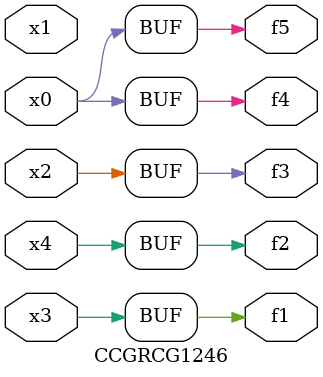
<source format=v>
module CCGRCG1246(
	input x0, x1, x2, x3, x4,
	output f1, f2, f3, f4, f5
);
	assign f1 = x3;
	assign f2 = x4;
	assign f3 = x2;
	assign f4 = x0;
	assign f5 = x0;
endmodule

</source>
